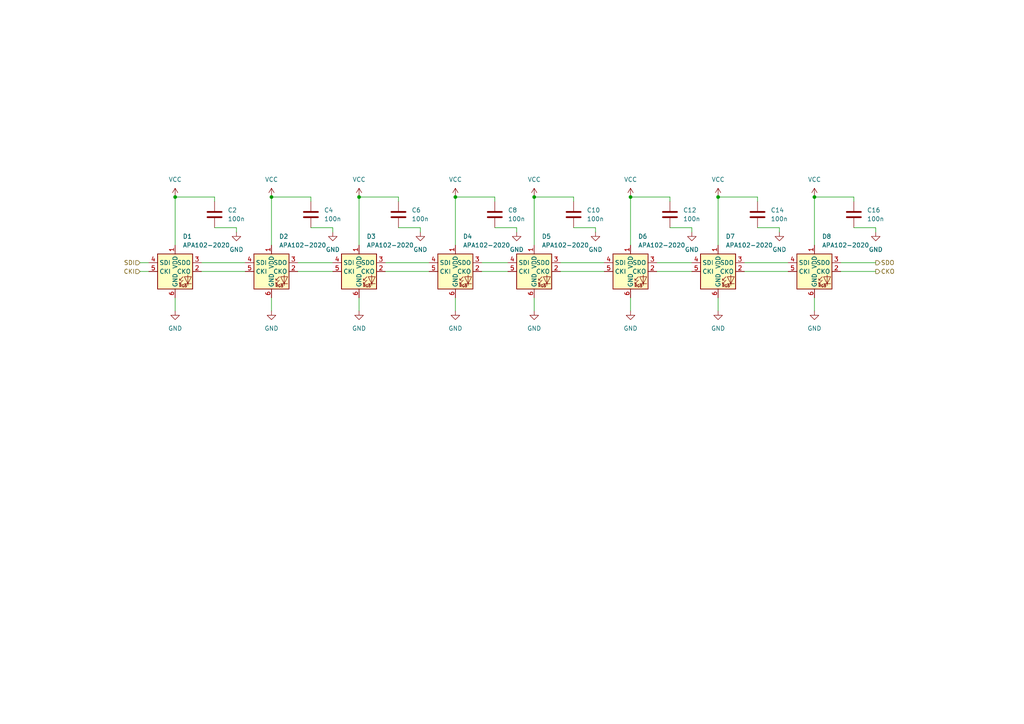
<source format=kicad_sch>
(kicad_sch (version 20230121) (generator eeschema)
  (paper "A4")
  (lib_symbols
    (symbol "Device:C" (pin_numbers hide) (pin_names (offset 0.254))
      (property "Reference" "C" (at 0.635 2.54 0))
      (property "Value" "C" (at 0.635 -2.54 0))
      (symbol "C_0_1"
        (polyline (pts (xy -2.032 -0.762) (xy 2.032 -0.762)) (stroke (width 0.508)))
        (polyline (pts (xy -2.032 0.762) (xy 2.032 0.762)) (stroke (width 0.508)))
      )
      (symbol "C_1_1"
        (pin passive line (at 0 3.81 270) (length 2.794) (name "~") (number "1"))
        (pin passive line (at 0 -3.81 90) (length 2.794) (name "~") (number "2"))
      )
    )
    (symbol "LED:APA102-2020"
      (property "Reference" "D" (at 5.08 5.715 0))
      (property "Value" "APA102-2020" (at 1.27 -5.715 0))
      (symbol "APA102-2020_0_0"
        (text "RGB" (at 2.286 -4.191 0) (effects (font (size 0.762 0.762))))
      )
      (symbol "APA102-2020_0_1"
        (polyline (pts (xy 1.27 -3.556) (xy 1.778 -3.556)))
        (polyline (pts (xy 1.27 -2.54) (xy 1.778 -2.54)))
        (polyline (pts (xy 4.699 -3.556) (xy 2.667 -3.556)))
        (polyline (pts (xy 2.286 -2.54) (xy 1.27 -3.556) (xy 1.27 -3.048)))
        (polyline (pts (xy 2.286 -1.524) (xy 1.27 -2.54) (xy 1.27 -2.032)))
        (polyline (pts (xy 3.683 -1.016) (xy 3.683 -3.556) (xy 3.683 -4.064)))
        (polyline (pts (xy 4.699 -1.524) (xy 2.667 -1.524) (xy 3.683 -3.556) (xy 4.699 -1.524)))
        (rectangle (start 5.08 5.08) (end -5.08 -5.08) (stroke (width 0.254)) (fill (type background)))
      )
      (symbol "APA102-2020_1_1"
        (pin power_in line (at 0 7.62 270) (length 2.54) (name "VDD") (number "1"))
        (pin output line (at 7.62 0 180) (length 2.54) (name "CKO") (number "2"))
        (pin output line (at 7.62 2.54 180) (length 2.54) (name "SDO") (number "3"))
        (pin input line (at -7.62 2.54 0) (length 2.54) (name "SDI") (number "4"))
        (pin input line (at -7.62 0 0) (length 2.54) (name "CKI") (number "5"))
        (pin power_in line (at 0 -7.62 90) (length 2.54) (name "GND") (number "6"))
      )
    )
    (symbol "power:GND" (power) (pin_names (offset 0))
      (property "Value" "GND" (at 0 -3.81 0))
      (symbol "GND_0_1"
        (polyline (pts (xy 0 0) (xy 0 -1.27) (xy 1.27 -1.27) (xy 0 -2.54) (xy -1.27 -1.27) (xy 0 -1.27)))
      )
      (symbol "GND_1_1"
        (pin power_in line (at 0 0 270) (length 0) hide (name "GND") (number "1"))
      )
    )
    (symbol "power:VCC" (power) (pin_names (offset 0))
      (property "Value" "VCC" (at 0 3.81 0))
      (symbol "VCC_0_1"
        (polyline (pts (xy -0.762 1.27) (xy 0 2.54)))
        (polyline (pts (xy 0 0) (xy 0 2.54)))
        (polyline (pts (xy 0 2.54) (xy 0.762 1.27)))
      )
      (symbol "VCC_1_1"
        (pin power_in line (at 0 0 90) (length 0) hide (name "VCC") (number "1"))
      )
    )
  )
  (junction (at 154.94 57.15))
  (junction (at 78.74 57.15))
  (junction (at 236.22 57.15))
  (junction (at 50.8 57.15))
  (junction (at 104.14 57.15))
  (junction (at 208.28 57.15))
  (junction (at 132.08 57.15))
  (junction (at 182.88 57.15))
  (wire (pts (xy 254 67.31) (xy 254 66.04)))
  (wire (pts (xy 219.71 66.04) (xy 226.06 66.04)))
  (wire (pts (xy 78.74 86.36) (xy 78.74 90.17)))
  (wire (pts (xy 78.74 57.15) (xy 78.74 71.12)))
  (wire (pts (xy 243.84 78.74) (xy 254 78.74)))
  (wire (pts (xy 182.88 57.15) (xy 194.31 57.15)))
  (wire (pts (xy 219.71 58.42) (xy 219.71 57.15)))
  (wire (pts (xy 132.08 57.15) (xy 143.51 57.15)))
  (wire (pts (xy 236.22 57.15) (xy 247.65 57.15)))
  (wire (pts (xy 182.88 57.15) (xy 182.88 71.12)))
  (wire (pts (xy 166.37 58.42) (xy 166.37 57.15)))
  (wire (pts (xy 86.36 76.2) (xy 96.52 76.2)))
  (wire (pts (xy 139.7 76.2) (xy 147.32 76.2)))
  (wire (pts (xy 40.64 76.2) (xy 43.18 76.2)))
  (wire (pts (xy 58.42 78.74) (xy 71.12 78.74)))
  (wire (pts (xy 90.17 58.42) (xy 90.17 57.15)))
  (wire (pts (xy 236.22 57.15) (xy 236.22 71.12)))
  (wire (pts (xy 190.5 76.2) (xy 200.66 76.2)))
  (wire (pts (xy 149.86 67.31) (xy 149.86 66.04)))
  (wire (pts (xy 200.66 67.31) (xy 200.66 66.04)))
  (wire (pts (xy 86.36 78.74) (xy 96.52 78.74)))
  (wire (pts (xy 40.64 78.74) (xy 43.18 78.74)))
  (wire (pts (xy 166.37 66.04) (xy 172.72 66.04)))
  (wire (pts (xy 243.84 76.2) (xy 254 76.2)))
  (wire (pts (xy 111.76 76.2) (xy 124.46 76.2)))
  (wire (pts (xy 104.14 57.15) (xy 104.14 71.12)))
  (wire (pts (xy 215.9 78.74) (xy 228.6 78.74)))
  (wire (pts (xy 115.57 66.04) (xy 121.92 66.04)))
  (wire (pts (xy 190.5 78.74) (xy 200.66 78.74)))
  (wire (pts (xy 132.08 57.15) (xy 132.08 71.12)))
  (wire (pts (xy 226.06 67.31) (xy 226.06 66.04)))
  (wire (pts (xy 104.14 57.15) (xy 115.57 57.15)))
  (wire (pts (xy 50.8 57.15) (xy 62.23 57.15)))
  (wire (pts (xy 111.76 78.74) (xy 124.46 78.74)))
  (wire (pts (xy 162.56 78.74) (xy 175.26 78.74)))
  (wire (pts (xy 90.17 66.04) (xy 96.52 66.04)))
  (wire (pts (xy 115.57 58.42) (xy 115.57 57.15)))
  (wire (pts (xy 247.65 58.42) (xy 247.65 57.15)))
  (wire (pts (xy 50.8 57.15) (xy 50.8 71.12)))
  (wire (pts (xy 143.51 66.04) (xy 149.86 66.04)))
  (wire (pts (xy 78.74 57.15) (xy 90.17 57.15)))
  (wire (pts (xy 154.94 86.36) (xy 154.94 90.17)))
  (wire (pts (xy 194.31 66.04) (xy 200.66 66.04)))
  (wire (pts (xy 162.56 76.2) (xy 175.26 76.2)))
  (wire (pts (xy 50.8 86.36) (xy 50.8 90.17)))
  (wire (pts (xy 208.28 57.15) (xy 219.71 57.15)))
  (wire (pts (xy 208.28 57.15) (xy 208.28 71.12)))
  (wire (pts (xy 132.08 86.36) (xy 132.08 90.17)))
  (wire (pts (xy 182.88 86.36) (xy 182.88 90.17)))
  (wire (pts (xy 68.58 67.31) (xy 68.58 66.04)))
  (wire (pts (xy 121.92 67.31) (xy 121.92 66.04)))
  (wire (pts (xy 58.42 76.2) (xy 71.12 76.2)))
  (wire (pts (xy 194.31 58.42) (xy 194.31 57.15)))
  (wire (pts (xy 236.22 86.36) (xy 236.22 90.17)))
  (wire (pts (xy 172.72 67.31) (xy 172.72 66.04)))
  (wire (pts (xy 139.7 78.74) (xy 147.32 78.74)))
  (wire (pts (xy 62.23 58.42) (xy 62.23 57.15)))
  (wire (pts (xy 247.65 66.04) (xy 254 66.04)))
  (wire (pts (xy 215.9 76.2) (xy 228.6 76.2)))
  (wire (pts (xy 208.28 86.36) (xy 208.28 90.17)))
  (wire (pts (xy 104.14 86.36) (xy 104.14 90.17)))
  (wire (pts (xy 154.94 57.15) (xy 166.37 57.15)))
  (wire (pts (xy 96.52 67.31) (xy 96.52 66.04)))
  (wire (pts (xy 143.51 58.42) (xy 143.51 57.15)))
  (wire (pts (xy 154.94 57.15) (xy 154.94 71.12)))
  (wire (pts (xy 62.23 66.04) (xy 68.58 66.04)))
  (hierarchical_label "SDI" (shape input) (at 40.64 76.2 180))
  (hierarchical_label "SDO" (shape output) (at 254 76.2 0))
  (hierarchical_label "CKO" (shape output) (at 254 78.74 0))
  (hierarchical_label "CKI" (shape input) (at 40.64 78.74 180))
  (symbol (lib_id "power:GND") (at 172.72 67.31 0) (unit 1)
    (property "Reference" "#PWR01" (effects hide))
    (property "Value" "GND" (at 172.72 72.39 0))
    (instances (project "LEDBAR" (path "" (reference "#PWR01") (unit 1)) (path "" (reference "#PWR041") (unit 1)) (path "" (reference "#PWR042") (unit 1))))
  )
  (symbol (lib_id "power:VCC") (at 104.14 57.15 0) (unit 1)
    (property "Reference" "#PWR05" (effects hide))
    (property "Value" "VCC" (at 104.14 52.07 0))
    (instances (project "LEDBAR" (path "" (reference "#PWR05") (unit 1)) (path "" (reference "#PWR05") (unit 1)) (path "" (reference "#PWR021") (unit 1))))
  )
  (symbol (lib_id "Device:C") (at 115.57 62.23 0) (unit 1)
    (property "Reference" "C6" (at 119.38 60.96 0) (effects (justify left)))
    (property "Value" "100n" (at 119.38 63.5 0) (effects (justify left)))
    (property "Footprint" "Capacitor_SMD:C_0402_1005Metric_Pad0.74x0.62mm_HandSolder" (effects hide))
    (instances (project "LEDBAR" (path "" (reference "C6") (unit 1)) (path "" (reference "C7") (unit 1))))
  )
  (symbol (lib_id "power:VCC") (at 236.22 57.15 0) (unit 1)
    (property "Reference" "#PWR015" (effects hide))
    (property "Value" "VCC" (at 236.22 52.07 0))
    (instances (project "LEDBAR" (path "" (reference "#PWR015") (unit 1)) (path "" (reference "#PWR015") (unit 1)) (path "" (reference "#PWR031") (unit 1))))
  )
  (symbol (lib_id "power:GND") (at 149.86 67.31 0) (unit 1)
    (property "Reference" "#PWR01" (effects hide))
    (property "Value" "GND" (at 149.86 72.39 0))
    (instances (project "LEDBAR" (path "" (reference "#PWR01") (unit 1)) (path "" (reference "#PWR039") (unit 1)) (path "" (reference "#PWR040") (unit 1))))
  )
  (symbol (lib_id "power:GND") (at 132.08 90.17 0) (unit 1)
    (property "Reference" "#PWR08" (effects hide))
    (property "Value" "GND" (at 132.08 95.25 0))
    (instances (project "LEDBAR" (path "" (reference "#PWR08") (unit 1)) (path "" (reference "#PWR08") (unit 1)) (path "" (reference "#PWR024") (unit 1))))
  )
  (symbol (lib_id "Device:C") (at 194.31 62.23 0) (unit 1)
    (property "Reference" "C12" (at 198.12 60.96 0) (effects (justify left)))
    (property "Value" "100n" (at 198.12 63.5 0) (effects (justify left)))
    (property "Footprint" "Capacitor_SMD:C_0402_1005Metric_Pad0.74x0.62mm_HandSolder" (effects hide))
    (instances (project "LEDBAR" (path "" (reference "C12") (unit 1)) (path "" (reference "C13") (unit 1))))
  )
  (symbol (lib_id "power:GND") (at 50.8 90.17 0) (unit 1)
    (property "Reference" "#PWR01" (effects hide))
    (property "Value" "GND" (at 50.8 95.25 0))
    (instances (project "LEDBAR" (path "" (reference "#PWR01") (unit 1)) (path "" (reference "#PWR02") (unit 1)) (path "" (reference "#PWR018") (unit 1))))
  )
  (symbol (lib_id "power:GND") (at 104.14 90.17 0) (unit 1)
    (property "Reference" "#PWR06" (effects hide))
    (property "Value" "GND" (at 104.14 95.25 0))
    (instances (project "LEDBAR" (path "" (reference "#PWR06") (unit 1)) (path "" (reference "#PWR06") (unit 1)) (path "" (reference "#PWR022") (unit 1))))
  )
  (symbol (lib_id "power:GND") (at 208.28 90.17 0) (unit 1)
    (property "Reference" "#PWR014" (effects hide))
    (property "Value" "GND" (at 208.28 95.25 0))
    (instances (project "LEDBAR" (path "" (reference "#PWR014") (unit 1)) (path "" (reference "#PWR014") (unit 1)) (path "" (reference "#PWR030") (unit 1))))
  )
  (symbol (lib_id "power:GND") (at 78.74 90.17 0) (unit 1)
    (property "Reference" "#PWR04" (effects hide))
    (property "Value" "GND" (at 78.74 95.25 0))
    (instances (project "LEDBAR" (path "" (reference "#PWR04") (unit 1)) (path "" (reference "#PWR04") (unit 1)) (path "" (reference "#PWR020") (unit 1))))
  )
  (symbol (lib_id "power:GND") (at 68.58 67.31 0) (unit 1)
    (property "Reference" "#PWR01" (effects hide))
    (property "Value" "GND" (at 68.58 72.39 0))
    (instances (project "LEDBAR" (path "" (reference "#PWR01") (unit 1)) (path "" (reference "#PWR033") (unit 1)) (path "" (reference "#PWR034") (unit 1))))
  )
  (symbol (lib_id "power:GND") (at 121.92 67.31 0) (unit 1)
    (property "Reference" "#PWR01" (effects hide))
    (property "Value" "GND" (at 121.92 72.39 0))
    (instances (project "LEDBAR" (path "" (reference "#PWR01") (unit 1)) (path "" (reference "#PWR037") (unit 1)) (path "" (reference "#PWR038") (unit 1))))
  )
  (symbol (lib_id "power:GND") (at 200.66 67.31 0) (unit 1)
    (property "Reference" "#PWR01" (effects hide))
    (property "Value" "GND" (at 200.66 72.39 0))
    (instances (project "LEDBAR" (path "" (reference "#PWR01") (unit 1)) (path "" (reference "#PWR043") (unit 1)) (path "" (reference "#PWR044") (unit 1))))
  )
  (symbol (lib_id "Device:C") (at 219.71 62.23 0) (unit 1)
    (property "Reference" "C14" (at 223.52 60.96 0) (effects (justify left)))
    (property "Value" "100n" (at 223.52 63.5 0) (effects (justify left)))
    (property "Footprint" "Capacitor_SMD:C_0402_1005Metric_Pad0.74x0.62mm_HandSolder" (effects hide))
    (instances (project "LEDBAR" (path "" (reference "C14") (unit 1)) (path "" (reference "C15") (unit 1))))
  )
  (symbol (lib_id "LED:APA102-2020") (at 132.08 78.74 0) (unit 1)
    (property "Reference" "D4" (at 134.2741 68.58 0) (effects (justify left)))
    (property "Value" "APA102-2020" (at 134.2741 71.12 0) (effects (justify left)))
    (property "Footprint" "LED_SMD:LED-APA102-2020" (effects hide))
    (property "Datasheet" "http://www.led-color.com/upload/201604/APA102-2020%20SMD%20LED.pdf" (effects hide))
    (instances (project "LEDBAR" (path "" (reference "D4") (unit 1)) (path "" (reference "D4") (unit 1)) (path "" (reference "D12") (unit 1))))
  )
  (symbol (lib_id "power:VCC") (at 132.08 57.15 0) (unit 1)
    (property "Reference" "#PWR07" (effects hide))
    (property "Value" "VCC" (at 132.08 52.07 0))
    (instances (project "LEDBAR" (path "" (reference "#PWR07") (unit 1)) (path "" (reference "#PWR07") (unit 1)) (path "" (reference "#PWR023") (unit 1))))
  )
  (symbol (lib_id "Device:C") (at 62.23 62.23 0) (unit 1)
    (property "Reference" "C2" (at 66.04 60.96 0) (effects (justify left)))
    (property "Value" "100n" (at 66.04 63.5 0) (effects (justify left)))
    (property "Footprint" "Capacitor_SMD:C_0402_1005Metric_Pad0.74x0.62mm_HandSolder" (effects hide))
    (instances (project "LEDBAR" (path "" (reference "C2") (unit 1)) (path "" (reference "C3") (unit 1))))
  )
  (symbol (lib_id "power:GND") (at 254 67.31 0) (unit 1)
    (property "Reference" "#PWR01" (effects hide))
    (property "Value" "GND" (at 254 72.39 0))
    (instances (project "LEDBAR" (path "" (reference "#PWR01") (unit 1)) (path "" (reference "#PWR047") (unit 1)) (path "" (reference "#PWR048") (unit 1))))
  )
  (symbol (lib_id "power:GND") (at 96.52 67.31 0) (unit 1)
    (property "Reference" "#PWR01" (effects hide))
    (property "Value" "GND" (at 96.52 72.39 0))
    (instances (project "LEDBAR" (path "" (reference "#PWR01") (unit 1)) (path "" (reference "#PWR035") (unit 1)) (path "" (reference "#PWR036") (unit 1))))
  )
  (symbol (lib_id "LED:APA102-2020") (at 50.8 78.74 0) (unit 1)
    (property "Reference" "D1" (at 52.9941 68.58 0) (effects (justify left)))
    (property "Value" "APA102-2020" (at 52.9941 71.12 0) (effects (justify left)))
    (property "Footprint" "LED_SMD:LED-APA102-2020" (effects hide))
    (property "Datasheet" "http://www.led-color.com/upload/201604/APA102-2020%20SMD%20LED.pdf" (effects hide))
    (instances (project "LEDBAR" (path "" (reference "D1") (unit 1)) (path "" (reference "D1") (unit 1)) (path "" (reference "D9") (unit 1))))
  )
  (symbol (lib_id "power:GND") (at 182.88 90.17 0) (unit 1)
    (property "Reference" "#PWR012" (effects hide))
    (property "Value" "GND" (at 182.88 95.25 0))
    (instances (project "LEDBAR" (path "" (reference "#PWR012") (unit 1)) (path "" (reference "#PWR012") (unit 1)) (path "" (reference "#PWR028") (unit 1))))
  )
  (symbol (lib_id "power:VCC") (at 78.74 57.15 0) (unit 1)
    (property "Reference" "#PWR03" (effects hide))
    (property "Value" "VCC" (at 78.74 52.07 0))
    (instances (project "LEDBAR" (path "" (reference "#PWR03") (unit 1)) (path "" (reference "#PWR03") (unit 1)) (path "" (reference "#PWR019") (unit 1))))
  )
  (symbol (lib_id "LED:APA102-2020") (at 104.14 78.74 0) (unit 1)
    (property "Reference" "D3" (at 106.3341 68.58 0) (effects (justify left)))
    (property "Value" "APA102-2020" (at 106.3341 71.12 0) (effects (justify left)))
    (property "Footprint" "LED_SMD:LED-APA102-2020" (effects hide))
    (property "Datasheet" "http://www.led-color.com/upload/201604/APA102-2020%20SMD%20LED.pdf" (effects hide))
    (instances (project "LEDBAR" (path "" (reference "D3") (unit 1)) (path "" (reference "D3") (unit 1)) (path "" (reference "D11") (unit 1))))
  )
  (symbol (lib_id "power:GND") (at 226.06 67.31 0) (unit 1)
    (property "Reference" "#PWR01" (effects hide))
    (property "Value" "GND" (at 226.06 72.39 0))
    (instances (project "LEDBAR" (path "" (reference "#PWR01") (unit 1)) (path "" (reference "#PWR045") (unit 1)) (path "" (reference "#PWR046") (unit 1))))
  )
  (symbol (lib_id "Device:C") (at 166.37 62.23 0) (unit 1)
    (property "Reference" "C10" (at 170.18 60.96 0) (effects (justify left)))
    (property "Value" "100n" (at 170.18 63.5 0) (effects (justify left)))
    (property "Footprint" "Capacitor_SMD:C_0402_1005Metric_Pad0.74x0.62mm_HandSolder" (effects hide))
    (instances (project "LEDBAR" (path "" (reference "C10") (unit 1)) (path "" (reference "C11") (unit 1))))
  )
  (symbol (lib_id "power:GND") (at 236.22 90.17 0) (unit 1)
    (property "Reference" "#PWR016" (effects hide))
    (property "Value" "GND" (at 236.22 95.25 0))
    (instances (project "LEDBAR" (path "" (reference "#PWR016") (unit 1)) (path "" (reference "#PWR016") (unit 1)) (path "" (reference "#PWR032") (unit 1))))
  )
  (symbol (lib_id "power:VCC") (at 182.88 57.15 0) (unit 1)
    (property "Reference" "#PWR011" (effects hide))
    (property "Value" "VCC" (at 182.88 52.07 0))
    (instances (project "LEDBAR" (path "" (reference "#PWR011") (unit 1)) (path "" (reference "#PWR011") (unit 1)) (path "" (reference "#PWR027") (unit 1))))
  )
  (symbol (lib_id "Device:C") (at 247.65 62.23 0) (unit 1)
    (property "Reference" "C16" (at 251.46 60.96 0) (effects (justify left)))
    (property "Value" "100n" (at 251.46 63.5 0) (effects (justify left)))
    (property "Footprint" "Capacitor_SMD:C_0402_1005Metric_Pad0.74x0.62mm_HandSolder" (effects hide))
    (instances (project "LEDBAR" (path "" (reference "C16") (unit 1)) (path "" (reference "C17") (unit 1))))
  )
  (symbol (lib_id "power:VCC") (at 154.94 57.15 0) (unit 1)
    (property "Reference" "#PWR09" (effects hide))
    (property "Value" "VCC" (at 154.94 52.07 0))
    (instances (project "LEDBAR" (path "" (reference "#PWR09") (unit 1)) (path "" (reference "#PWR09") (unit 1)) (path "" (reference "#PWR025") (unit 1))))
  )
  (symbol (lib_id "Device:C") (at 90.17 62.23 0) (unit 1)
    (property "Reference" "C4" (at 93.98 60.96 0) (effects (justify left)))
    (property "Value" "100n" (at 93.98 63.5 0) (effects (justify left)))
    (property "Footprint" "Capacitor_SMD:C_0402_1005Metric_Pad0.74x0.62mm_HandSolder" (effects hide))
    (instances (project "LEDBAR" (path "" (reference "C4") (unit 1)) (path "" (reference "C5") (unit 1))))
  )
  (symbol (lib_id "LED:APA102-2020") (at 236.22 78.74 0) (unit 1)
    (property "Reference" "D8" (at 238.4141 68.58 0) (effects (justify left)))
    (property "Value" "APA102-2020" (at 238.4141 71.12 0) (effects (justify left)))
    (property "Footprint" "LED_SMD:LED-APA102-2020" (effects hide))
    (property "Datasheet" "http://www.led-color.com/upload/201604/APA102-2020%20SMD%20LED.pdf" (effects hide))
    (instances (project "LEDBAR" (path "" (reference "D8") (unit 1)) (path "" (reference "D8") (unit 1)) (path "" (reference "D16") (unit 1))))
  )
  (symbol (lib_id "Device:C") (at 143.51 62.23 0) (unit 1)
    (property "Reference" "C8" (at 147.32 60.96 0) (effects (justify left)))
    (property "Value" "100n" (at 147.32 63.5 0) (effects (justify left)))
    (property "Footprint" "Capacitor_SMD:C_0402_1005Metric_Pad0.74x0.62mm_HandSolder" (effects hide))
    (instances (project "LEDBAR" (path "" (reference "C8") (unit 1)) (path "" (reference "C9") (unit 1))))
  )
  (symbol (lib_id "LED:APA102-2020") (at 208.28 78.74 0) (unit 1)
    (property "Reference" "D7" (at 210.4741 68.58 0) (effects (justify left)))
    (property "Value" "APA102-2020" (at 210.4741 71.12 0) (effects (justify left)))
    (property "Footprint" "LED_SMD:LED-APA102-2020" (effects hide))
    (property "Datasheet" "http://www.led-color.com/upload/201604/APA102-2020%20SMD%20LED.pdf" (effects hide))
    (instances (project "LEDBAR" (path "" (reference "D7") (unit 1)) (path "" (reference "D7") (unit 1)) (path "" (reference "D15") (unit 1))))
  )
  (symbol (lib_id "LED:APA102-2020") (at 154.94 78.74 0) (unit 1)
    (property "Reference" "D5" (at 157.1341 68.58 0) (effects (justify left)))
    (property "Value" "APA102-2020" (at 157.1341 71.12 0) (effects (justify left)))
    (property "Footprint" "LED_SMD:LED-APA102-2020" (effects hide))
    (property "Datasheet" "http://www.led-color.com/upload/201604/APA102-2020%20SMD%20LED.pdf" (effects hide))
    (instances (project "LEDBAR" (path "" (reference "D5") (unit 1)) (path "" (reference "D5") (unit 1)) (path "" (reference "D13") (unit 1))))
  )
  (symbol (lib_id "power:GND") (at 154.94 90.17 0) (unit 1)
    (property "Reference" "#PWR010" (effects hide))
    (property "Value" "GND" (at 154.94 95.25 0))
    (instances (project "LEDBAR" (path "" (reference "#PWR010") (unit 1)) (path "" (reference "#PWR010") (unit 1)) (path "" (reference "#PWR026") (unit 1))))
  )
  (symbol (lib_id "power:VCC") (at 50.8 57.15 0) (unit 1)
    (property "Reference" "#PWR02" (effects hide))
    (property "Value" "VCC" (at 50.8 52.07 0))
    (instances (project "LEDBAR" (path "" (reference "#PWR02") (unit 1)) (path "" (reference "#PWR01") (unit 1)) (path "" (reference "#PWR017") (unit 1))))
  )
  (symbol (lib_id "power:VCC") (at 208.28 57.15 0) (unit 1)
    (property "Reference" "#PWR013" (effects hide))
    (property "Value" "VCC" (at 208.28 52.07 0))
    (instances (project "LEDBAR" (path "" (reference "#PWR013") (unit 1)) (path "" (reference "#PWR013") (unit 1)) (path "" (reference "#PWR029") (unit 1))))
  )
  (symbol (lib_id "LED:APA102-2020") (at 78.74 78.74 0) (unit 1)
    (property "Reference" "D2" (at 80.9341 68.58 0) (effects (justify left)))
    (property "Value" "APA102-2020" (at 80.9341 71.12 0) (effects (justify left)))
    (property "Footprint" "LED_SMD:LED-APA102-2020" (effects hide))
    (property "Datasheet" "http://www.led-color.com/upload/201604/APA102-2020%20SMD%20LED.pdf" (effects hide))
    (instances (project "LEDBAR" (path "" (reference "D2") (unit 1)) (path "" (reference "D2") (unit 1)) (path "" (reference "D10") (unit 1))))
  )
  (symbol (lib_id "LED:APA102-2020") (at 182.88 78.74 0) (unit 1)
    (property "Reference" "D6" (at 185.0741 68.58 0) (effects (justify left)))
    (property "Value" "APA102-2020" (at 185.0741 71.12 0) (effects (justify left)))
    (property "Footprint" "LED_SMD:LED-APA102-2020" (effects hide))
    (property "Datasheet" "http://www.led-color.com/upload/201604/APA102-2020%20SMD%20LED.pdf" (effects hide))
    (instances (project "LEDBAR" (path "" (reference "D6") (unit 1)) (path "" (reference "D6") (unit 1)) (path "" (reference "D14") (unit 1))))
  )
)
</source>
